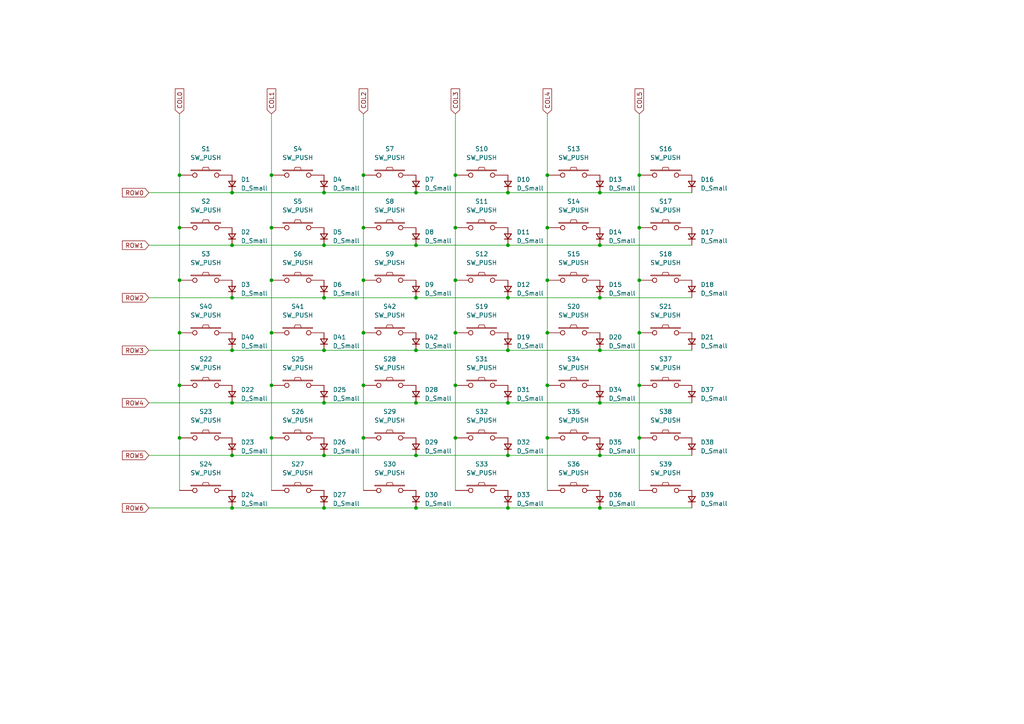
<source format=kicad_sch>
(kicad_sch (version 20230121) (generator eeschema)
  (paper "A4")
  (title_block (title "Matrix") (date "2024-02-08") (rev "0"))
  (lib_symbols
    (symbol "Device:D_Small" (pin_numbers hide) (pin_names (offset 0.254) hide)
      (property "Reference" "D" (at -1.27 2.032 0))
      (property "Value" "D_Small" (at -3.81 -2.032 0))
      (symbol "D_Small_0_1"
        (polyline (pts (xy -0.762 -1.016) (xy -0.762 1.016)) (stroke (width 0.254)))
        (polyline (pts (xy -0.762 0) (xy 0.762 0)))
        (polyline (pts (xy 0.762 -1.016) (xy -0.762 0) (xy 0.762 1.016) (xy 0.762 -1.016)) (stroke (width 0.254)))
      )
      (symbol "D_Small_1_1"
        (pin passive line (at -2.54 0 0) (length 1.778) (name "K") (number "1"))
        (pin passive line (at 2.54 0 180) (length 1.778) (name "A") (number "2"))
      )
    )
    (symbol "kbd:SW_PUSH" (pin_numbers hide) (pin_names (offset 1.016) hide)
      (property "Reference" "SW" (at 3.81 2.794 0))
      (property "Value" "SW_PUSH" (at 0 -2.032 0))
      (symbol "SW_PUSH_0_1"
        (rectangle (start -4.318 1.27) (end 4.318 1.524))
        (polyline (pts (xy -1.016 1.524) (xy -0.762 2.286) (xy 0.762 2.286) (xy 1.016 1.524)))
        (pin passive inverted (at -7.62 0 0) (length 5.08) (name "1") (number "1"))
        (pin passive inverted (at 7.62 0 180) (length 5.08) (name "2") (number "2"))
      )
    )
  )
  (junction (at 78.74 111.76))
  (junction (at 158.75 50.8))
  (junction (at 185.42 66.04))
  (junction (at 158.75 96.52))
  (junction (at 67.31 116.84))
  (junction (at 173.99 147.32))
  (junction (at 132.08 50.8))
  (junction (at 93.98 71.12))
  (junction (at 173.99 101.6))
  (junction (at 185.42 81.28))
  (junction (at 120.65 147.32))
  (junction (at 78.74 50.8))
  (junction (at 173.99 55.88))
  (junction (at 105.41 96.52))
  (junction (at 105.41 66.04))
  (junction (at 93.98 55.88))
  (junction (at 132.08 96.52))
  (junction (at 52.07 127))
  (junction (at 105.41 127))
  (junction (at 120.65 55.88))
  (junction (at 132.08 127))
  (junction (at 120.65 101.6))
  (junction (at 78.74 127))
  (junction (at 52.07 96.52))
  (junction (at 147.32 116.84))
  (junction (at 147.32 132.08))
  (junction (at 173.99 71.12))
  (junction (at 158.75 66.04))
  (junction (at 158.75 81.28))
  (junction (at 67.31 71.12))
  (junction (at 67.31 147.32))
  (junction (at 173.99 132.08))
  (junction (at 132.08 81.28))
  (junction (at 132.08 66.04))
  (junction (at 93.98 147.32))
  (junction (at 158.75 127))
  (junction (at 52.07 81.28))
  (junction (at 185.42 111.76))
  (junction (at 67.31 55.88))
  (junction (at 93.98 86.36))
  (junction (at 120.65 86.36))
  (junction (at 105.41 111.76))
  (junction (at 185.42 127))
  (junction (at 105.41 50.8))
  (junction (at 147.32 101.6))
  (junction (at 173.99 86.36))
  (junction (at 67.31 132.08))
  (junction (at 147.32 55.88))
  (junction (at 185.42 96.52))
  (junction (at 158.75 111.76))
  (junction (at 93.98 101.6))
  (junction (at 147.32 86.36))
  (junction (at 93.98 116.84))
  (junction (at 52.07 66.04))
  (junction (at 52.07 111.76))
  (junction (at 120.65 71.12))
  (junction (at 78.74 96.52))
  (junction (at 67.31 86.36))
  (junction (at 185.42 50.8))
  (junction (at 105.41 81.28))
  (junction (at 52.07 50.8))
  (junction (at 93.98 132.08))
  (junction (at 120.65 116.84))
  (junction (at 147.32 71.12))
  (junction (at 173.99 116.84))
  (junction (at 132.08 111.76))
  (junction (at 67.31 101.6))
  (junction (at 78.74 81.28))
  (junction (at 120.65 132.08))
  (junction (at 78.74 66.04))
  (junction (at 147.32 147.32))
  (wire (pts (xy 147.32 86.36) (xy 173.99 86.36)))
  (wire (pts (xy 158.75 127) (xy 158.75 142.24)))
  (wire (pts (xy 67.31 101.6) (xy 93.98 101.6)))
  (wire (pts (xy 105.41 127) (xy 105.41 142.24)))
  (wire (pts (xy 93.98 116.84) (xy 120.65 116.84)))
  (wire (pts (xy 67.31 147.32) (xy 93.98 147.32)))
  (wire (pts (xy 78.74 111.76) (xy 78.74 127)))
  (wire (pts (xy 120.65 132.08) (xy 147.32 132.08)))
  (wire (pts (xy 173.99 132.08) (xy 200.66 132.08)))
  (wire (pts (xy 132.08 81.28) (xy 132.08 96.52)))
  (wire (pts (xy 78.74 50.8) (xy 78.74 66.04)))
  (wire (pts (xy 132.08 33.02) (xy 132.08 50.8)))
  (wire (pts (xy 67.31 132.08) (xy 93.98 132.08)))
  (wire (pts (xy 93.98 55.88) (xy 120.65 55.88)))
  (wire (pts (xy 185.42 111.76) (xy 185.42 127)))
  (wire (pts (xy 105.41 33.02) (xy 105.41 50.8)))
  (wire (pts (xy 185.42 50.8) (xy 185.42 66.04)))
  (wire (pts (xy 185.42 127) (xy 185.42 142.24)))
  (wire (pts (xy 78.74 33.02) (xy 78.74 50.8)))
  (wire (pts (xy 158.75 33.02) (xy 158.75 50.8)))
  (wire (pts (xy 158.75 111.76) (xy 158.75 127)))
  (wire (pts (xy 173.99 55.88) (xy 200.66 55.88)))
  (wire (pts (xy 120.65 101.6) (xy 147.32 101.6)))
  (wire (pts (xy 52.07 81.28) (xy 52.07 96.52)))
  (wire (pts (xy 173.99 116.84) (xy 200.66 116.84)))
  (wire (pts (xy 173.99 86.36) (xy 200.66 86.36)))
  (wire (pts (xy 173.99 101.6) (xy 200.66 101.6)))
  (wire (pts (xy 52.07 33.02) (xy 52.07 50.8)))
  (wire (pts (xy 147.32 147.32) (xy 173.99 147.32)))
  (wire (pts (xy 43.18 116.84) (xy 67.31 116.84)))
  (wire (pts (xy 52.07 111.76) (xy 52.07 127)))
  (wire (pts (xy 120.65 147.32) (xy 147.32 147.32)))
  (wire (pts (xy 147.32 101.6) (xy 173.99 101.6)))
  (wire (pts (xy 147.32 116.84) (xy 173.99 116.84)))
  (wire (pts (xy 120.65 86.36) (xy 147.32 86.36)))
  (wire (pts (xy 43.18 71.12) (xy 67.31 71.12)))
  (wire (pts (xy 52.07 66.04) (xy 52.07 81.28)))
  (wire (pts (xy 93.98 132.08) (xy 120.65 132.08)))
  (wire (pts (xy 43.18 55.88) (xy 67.31 55.88)))
  (wire (pts (xy 185.42 96.52) (xy 185.42 111.76)))
  (wire (pts (xy 173.99 71.12) (xy 200.66 71.12)))
  (wire (pts (xy 158.75 96.52) (xy 158.75 111.76)))
  (wire (pts (xy 158.75 81.28) (xy 158.75 96.52)))
  (wire (pts (xy 105.41 111.76) (xy 105.41 127)))
  (wire (pts (xy 185.42 81.28) (xy 185.42 96.52)))
  (wire (pts (xy 43.18 132.08) (xy 67.31 132.08)))
  (wire (pts (xy 185.42 66.04) (xy 185.42 81.28)))
  (wire (pts (xy 93.98 71.12) (xy 120.65 71.12)))
  (wire (pts (xy 132.08 50.8) (xy 132.08 66.04)))
  (wire (pts (xy 43.18 147.32) (xy 67.31 147.32)))
  (wire (pts (xy 78.74 127) (xy 78.74 142.24)))
  (wire (pts (xy 147.32 71.12) (xy 173.99 71.12)))
  (wire (pts (xy 52.07 50.8) (xy 52.07 66.04)))
  (wire (pts (xy 158.75 50.8) (xy 158.75 66.04)))
  (wire (pts (xy 43.18 101.6) (xy 67.31 101.6)))
  (wire (pts (xy 67.31 116.84) (xy 93.98 116.84)))
  (wire (pts (xy 132.08 66.04) (xy 132.08 81.28)))
  (wire (pts (xy 52.07 96.52) (xy 52.07 111.76)))
  (wire (pts (xy 105.41 50.8) (xy 105.41 66.04)))
  (wire (pts (xy 147.32 55.88) (xy 173.99 55.88)))
  (wire (pts (xy 132.08 127) (xy 132.08 142.24)))
  (wire (pts (xy 78.74 81.28) (xy 78.74 96.52)))
  (wire (pts (xy 67.31 55.88) (xy 93.98 55.88)))
  (wire (pts (xy 78.74 66.04) (xy 78.74 81.28)))
  (wire (pts (xy 67.31 71.12) (xy 93.98 71.12)))
  (wire (pts (xy 147.32 132.08) (xy 173.99 132.08)))
  (wire (pts (xy 105.41 66.04) (xy 105.41 81.28)))
  (wire (pts (xy 105.41 81.28) (xy 105.41 96.52)))
  (wire (pts (xy 67.31 86.36) (xy 93.98 86.36)))
  (wire (pts (xy 158.75 66.04) (xy 158.75 81.28)))
  (wire (pts (xy 132.08 96.52) (xy 132.08 111.76)))
  (wire (pts (xy 93.98 86.36) (xy 120.65 86.36)))
  (wire (pts (xy 120.65 55.88) (xy 147.32 55.88)))
  (wire (pts (xy 173.99 147.32) (xy 200.66 147.32)))
  (wire (pts (xy 120.65 71.12) (xy 147.32 71.12)))
  (wire (pts (xy 78.74 96.52) (xy 78.74 111.76)))
  (wire (pts (xy 105.41 96.52) (xy 105.41 111.76)))
  (wire (pts (xy 93.98 147.32) (xy 120.65 147.32)))
  (wire (pts (xy 52.07 127) (xy 52.07 142.24)))
  (wire (pts (xy 120.65 116.84) (xy 147.32 116.84)))
  (wire (pts (xy 43.18 86.36) (xy 67.31 86.36)))
  (wire (pts (xy 132.08 111.76) (xy 132.08 127)))
  (wire (pts (xy 93.98 101.6) (xy 120.65 101.6)))
  (wire (pts (xy 185.42 33.02) (xy 185.42 50.8)))
  (global_label "ROW6" (shape input) (at 43.18 147.32 180) (property "Intersheetrefs" "${INTERSHEET_REFS}" (effects hide)))
  (global_label "COL3" (shape input) (at 132.08 33.02 90) (property "Intersheetrefs" "${INTERSHEET_REFS}" (effects hide)))
  (global_label "ROW4" (shape input) (at 43.18 116.84 180) (property "Intersheetrefs" "${INTERSHEET_REFS}" (effects hide)))
  (global_label "ROW0" (shape input) (at 43.18 55.88 180) (property "Intersheetrefs" "${INTERSHEET_REFS}" (effects hide)))
  (global_label "ROW5" (shape input) (at 43.18 132.08 180) (property "Intersheetrefs" "${INTERSHEET_REFS}" (effects hide)))
  (global_label "COL2" (shape input) (at 105.41 33.02 90) (property "Intersheetrefs" "${INTERSHEET_REFS}" (effects hide)))
  (global_label "COL5" (shape input) (at 185.42 33.02 90) (property "Intersheetrefs" "${INTERSHEET_REFS}" (effects hide)))
  (global_label "COL0" (shape input) (at 52.07 33.02 90) (property "Intersheetrefs" "${INTERSHEET_REFS}" (effects hide)))
  (global_label "ROW3" (shape input) (at 43.18 101.6 180) (property "Intersheetrefs" "${INTERSHEET_REFS}" (effects hide)))
  (global_label "ROW1" (shape input) (at 43.18 71.12 180) (property "Intersheetrefs" "${INTERSHEET_REFS}" (effects hide)))
  (global_label "ROW2" (shape input) (at 43.18 86.36 180) (property "Intersheetrefs" "${INTERSHEET_REFS}" (effects hide)))
  (global_label "COL1" (shape input) (at 78.74 33.02 90) (property "Intersheetrefs" "${INTERSHEET_REFS}" (effects hide)))
  (global_label "COL4" (shape input) (at 158.75 33.02 90) (property "Intersheetrefs" "${INTERSHEET_REFS}" (effects hide)))
  (symbol (lib_id "kbd:SW_PUSH") (at 86.36 50.8 0) (unit 1)
    (property "Reference" "S4" (at 86.36 43.18 0))
    (property "Value" "SW_PUSH" (at 86.36 45.72 0))
    (property "Footprint" "kbd:keyswitch_choc12_hotswap_1u" (effects hide))
  )
  (symbol (lib_id "kbd:SW_PUSH") (at 86.36 96.52 0) (unit 1)
    (property "Reference" "S41" (at 86.36 88.9 0))
    (property "Value" "SW_PUSH" (at 86.36 91.44 0))
    (property "Footprint" "kbd:keyswitch_choc12_hotswap_1u" (effects hide))
  )
  (symbol (lib_id "Device:D_Small") (at 93.98 68.58 90) (unit 1)
    (property "Reference" "D5" (at 96.52 67.31 90) (effects (justify right)))
    (property "Value" "D_Small" (at 96.52 69.85 90) (effects (justify right)))
    (property "Footprint" "Diode_SMD:D_SOD-123" (effects hide))
    (property "Sim.Device" "D" (effects hide))
    (property "Sim.Pins" "1=K 2=A" (effects hide))
  )
  (symbol (lib_id "Device:D_Small") (at 67.31 83.82 90) (unit 1)
    (property "Reference" "D3" (at 69.85 82.55 90) (effects (justify right)))
    (property "Value" "D_Small" (at 69.85 85.09 90) (effects (justify right)))
    (property "Footprint" "Diode_SMD:D_SOD-123" (effects hide))
    (property "Sim.Device" "D" (effects hide))
    (property "Sim.Pins" "1=K 2=A" (effects hide))
  )
  (symbol (lib_id "Device:D_Small") (at 147.32 129.54 90) (unit 1)
    (property "Reference" "D32" (at 149.86 128.27 90) (effects (justify right)))
    (property "Value" "D_Small" (at 149.86 130.81 90) (effects (justify right)))
    (property "Footprint" "Diode_SMD:D_SOD-123" (effects hide))
    (property "Sim.Device" "D" (effects hide))
    (property "Sim.Pins" "1=K 2=A" (effects hide))
  )
  (symbol (lib_id "Device:D_Small") (at 67.31 129.54 90) (unit 1)
    (property "Reference" "D23" (at 69.85 128.27 90) (effects (justify right)))
    (property "Value" "D_Small" (at 69.85 130.81 90) (effects (justify right)))
    (property "Footprint" "Diode_SMD:D_SOD-123" (effects hide))
    (property "Sim.Device" "D" (effects hide))
    (property "Sim.Pins" "1=K 2=A" (effects hide))
  )
  (symbol (lib_id "kbd:SW_PUSH") (at 113.03 50.8 0) (unit 1)
    (property "Reference" "S7" (at 113.03 43.18 0))
    (property "Value" "SW_PUSH" (at 113.03 45.72 0))
    (property "Footprint" "kbd:keyswitch_choc12_hotswap_1u" (effects hide))
  )
  (symbol (lib_id "Device:D_Small") (at 93.98 144.78 90) (unit 1)
    (property "Reference" "D27" (at 96.52 143.51 90) (effects (justify right)))
    (property "Value" "D_Small" (at 96.52 146.05 90) (effects (justify right)))
    (property "Footprint" "Diode_SMD:D_SOD-123" (effects hide))
    (property "Sim.Device" "D" (effects hide))
    (property "Sim.Pins" "1=K 2=A" (effects hide))
  )
  (symbol (lib_id "Device:D_Small") (at 200.66 129.54 90) (unit 1)
    (property "Reference" "D38" (at 203.2 128.27 90) (effects (justify right)))
    (property "Value" "D_Small" (at 203.2 130.81 90) (effects (justify right)))
    (property "Footprint" "Diode_SMD:D_SOD-123" (effects hide))
    (property "Sim.Device" "D" (effects hide))
    (property "Sim.Pins" "1=K 2=A" (effects hide))
  )
  (symbol (lib_id "Device:D_Small") (at 200.66 68.58 90) (unit 1)
    (property "Reference" "D17" (at 203.2 67.31 90) (effects (justify right)))
    (property "Value" "D_Small" (at 203.2 69.85 90) (effects (justify right)))
    (property "Footprint" "Diode_SMD:D_SOD-123" (effects hide))
    (property "Sim.Device" "D" (effects hide))
    (property "Sim.Pins" "1=K 2=A" (effects hide))
  )
  (symbol (lib_id "kbd:SW_PUSH") (at 193.04 81.28 0) (unit 1)
    (property "Reference" "S18" (at 193.04 73.66 0))
    (property "Value" "SW_PUSH" (at 193.04 76.2 0))
    (property "Footprint" "kbd:keyswitch_choc12_hotswap_1u" (effects hide))
  )
  (symbol (lib_id "Device:D_Small") (at 93.98 53.34 90) (unit 1)
    (property "Reference" "D4" (at 96.52 52.07 90) (effects (justify right)))
    (property "Value" "D_Small" (at 96.52 54.61 90) (effects (justify right)))
    (property "Footprint" "Diode_SMD:D_SOD-123" (effects hide))
    (property "Sim.Device" "D" (effects hide))
    (property "Sim.Pins" "1=K 2=A" (effects hide))
  )
  (symbol (lib_id "kbd:SW_PUSH") (at 59.69 66.04 0) (unit 1)
    (property "Reference" "S2" (at 59.69 58.42 0))
    (property "Value" "SW_PUSH" (at 59.69 60.96 0))
    (property "Footprint" "kbd:keyswitch_choc12_hotswap_1u" (effects hide))
  )
  (symbol (lib_id "kbd:SW_PUSH") (at 166.37 127 0) (unit 1)
    (property "Reference" "S35" (at 166.37 119.38 0))
    (property "Value" "SW_PUSH" (at 166.37 121.92 0))
    (property "Footprint" "kbd:keyswitch_choc12_hotswap_1u" (effects hide))
  )
  (symbol (lib_id "Device:D_Small") (at 120.65 68.58 90) (unit 1)
    (property "Reference" "D8" (at 123.19 67.31 90) (effects (justify right)))
    (property "Value" "D_Small" (at 123.19 69.85 90) (effects (justify right)))
    (property "Footprint" "Diode_SMD:D_SOD-123" (effects hide))
    (property "Sim.Device" "D" (effects hide))
    (property "Sim.Pins" "1=K 2=A" (effects hide))
  )
  (symbol (lib_id "kbd:SW_PUSH") (at 113.03 127 0) (unit 1)
    (property "Reference" "S29" (at 113.03 119.38 0))
    (property "Value" "SW_PUSH" (at 113.03 121.92 0))
    (property "Footprint" "kbd:keyswitch_choc12_hotswap_1u" (effects hide))
  )
  (symbol (lib_id "Device:D_Small") (at 200.66 53.34 90) (unit 1)
    (property "Reference" "D16" (at 203.2 52.07 90) (effects (justify right)))
    (property "Value" "D_Small" (at 203.2 54.61 90) (effects (justify right)))
    (property "Footprint" "Diode_SMD:D_SOD-123" (effects hide))
    (property "Sim.Device" "D" (effects hide))
    (property "Sim.Pins" "1=K 2=A" (effects hide))
  )
  (symbol (lib_id "kbd:SW_PUSH") (at 139.7 66.04 0) (unit 1)
    (property "Reference" "S11" (at 139.7 58.42 0))
    (property "Value" "SW_PUSH" (at 139.7 60.96 0))
    (property "Footprint" "kbd:keyswitch_choc12_hotswap_1u" (effects hide))
  )
  (symbol (lib_id "kbd:SW_PUSH") (at 193.04 127 0) (unit 1)
    (property "Reference" "S38" (at 193.04 119.38 0))
    (property "Value" "SW_PUSH" (at 193.04 121.92 0))
    (property "Footprint" "kbd:keyswitch_choc12_hotswap_1u" (effects hide))
  )
  (symbol (lib_id "Device:D_Small") (at 93.98 83.82 90) (unit 1)
    (property "Reference" "D6" (at 96.52 82.55 90) (effects (justify right)))
    (property "Value" "D_Small" (at 96.52 85.09 90) (effects (justify right)))
    (property "Footprint" "Diode_SMD:D_SOD-123" (effects hide))
    (property "Sim.Device" "D" (effects hide))
    (property "Sim.Pins" "1=K 2=A" (effects hide))
  )
  (symbol (lib_id "kbd:SW_PUSH") (at 59.69 127 0) (unit 1)
    (property "Reference" "S23" (at 59.69 119.38 0))
    (property "Value" "SW_PUSH" (at 59.69 121.92 0))
    (property "Footprint" "kbd:keyswitch_choc12_hotswap_1u" (effects hide))
  )
  (symbol (lib_id "Device:D_Small") (at 67.31 99.06 90) (unit 1)
    (property "Reference" "D40" (at 69.85 97.79 90) (effects (justify right)))
    (property "Value" "D_Small" (at 69.85 100.33 90) (effects (justify right)))
    (property "Footprint" "Diode_SMD:D_SOD-123" (effects hide))
    (property "Sim.Device" "D" (effects hide))
    (property "Sim.Pins" "1=K 2=A" (effects hide))
  )
  (symbol (lib_id "Device:D_Small") (at 93.98 114.3 90) (unit 1)
    (property "Reference" "D25" (at 96.52 113.03 90) (effects (justify right)))
    (property "Value" "D_Small" (at 96.52 115.57 90) (effects (justify right)))
    (property "Footprint" "Diode_SMD:D_SOD-123" (effects hide))
    (property "Sim.Device" "D" (effects hide))
    (property "Sim.Pins" "1=K 2=A" (effects hide))
  )
  (symbol (lib_id "kbd:SW_PUSH") (at 139.7 96.52 0) (unit 1)
    (property "Reference" "S19" (at 139.7 88.9 0))
    (property "Value" "SW_PUSH" (at 139.7 91.44 0))
    (property "Footprint" "kbd:keyswitch_choc12_hotswap_1u" (effects hide))
  )
  (symbol (lib_id "Device:D_Small") (at 173.99 144.78 90) (unit 1)
    (property "Reference" "D36" (at 176.53 143.51 90) (effects (justify right)))
    (property "Value" "D_Small" (at 176.53 146.05 90) (effects (justify right)))
    (property "Footprint" "Diode_SMD:D_SOD-123" (effects hide))
    (property "Sim.Device" "D" (effects hide))
    (property "Sim.Pins" "1=K 2=A" (effects hide))
  )
  (symbol (lib_id "kbd:SW_PUSH") (at 193.04 50.8 0) (unit 1)
    (property "Reference" "S16" (at 193.04 43.18 0))
    (property "Value" "SW_PUSH" (at 193.04 45.72 0))
    (property "Footprint" "kbd:keyswitch_choc12_hotswap_1u" (effects hide))
  )
  (symbol (lib_id "kbd:SW_PUSH") (at 59.69 96.52 0) (unit 1)
    (property "Reference" "S40" (at 59.69 88.9 0))
    (property "Value" "SW_PUSH" (at 59.69 91.44 0))
    (property "Footprint" "kbd:keyswitch_choc12_hotswap_1u" (effects hide))
  )
  (symbol (lib_id "Device:D_Small") (at 200.66 144.78 90) (unit 1)
    (property "Reference" "D39" (at 203.2 143.51 90) (effects (justify right)))
    (property "Value" "D_Small" (at 203.2 146.05 90) (effects (justify right)))
    (property "Footprint" "Diode_SMD:D_SOD-123" (effects hide))
    (property "Sim.Device" "D" (effects hide))
    (property "Sim.Pins" "1=K 2=A" (effects hide))
  )
  (symbol (lib_id "kbd:SW_PUSH") (at 139.7 142.24 0) (unit 1)
    (property "Reference" "S33" (at 139.7 134.62 0))
    (property "Value" "SW_PUSH" (at 139.7 137.16 0))
    (property "Footprint" "kbd:keyswitch_choc12_hotswap_1u" (effects hide))
  )
  (symbol (lib_id "Device:D_Small") (at 147.32 114.3 90) (unit 1)
    (property "Reference" "D31" (at 149.86 113.03 90) (effects (justify right)))
    (property "Value" "D_Small" (at 149.86 115.57 90) (effects (justify right)))
    (property "Footprint" "Diode_SMD:D_SOD-123" (effects hide))
    (property "Sim.Device" "D" (effects hide))
    (property "Sim.Pins" "1=K 2=A" (effects hide))
  )
  (symbol (lib_id "Device:D_Small") (at 120.65 144.78 90) (unit 1)
    (property "Reference" "D30" (at 123.19 143.51 90) (effects (justify right)))
    (property "Value" "D_Small" (at 123.19 146.05 90) (effects (justify right)))
    (property "Footprint" "Diode_SMD:D_SOD-123" (effects hide))
    (property "Sim.Device" "D" (effects hide))
    (property "Sim.Pins" "1=K 2=A" (effects hide))
  )
  (symbol (lib_id "Device:D_Small") (at 147.32 83.82 90) (unit 1)
    (property "Reference" "D12" (at 149.86 82.55 90) (effects (justify right)))
    (property "Value" "D_Small" (at 149.86 85.09 90) (effects (justify right)))
    (property "Footprint" "Diode_SMD:D_SOD-123" (effects hide))
    (property "Sim.Device" "D" (effects hide))
    (property "Sim.Pins" "1=K 2=A" (effects hide))
  )
  (symbol (lib_id "Device:D_Small") (at 147.32 68.58 90) (unit 1)
    (property "Reference" "D11" (at 149.86 67.31 90) (effects (justify right)))
    (property "Value" "D_Small" (at 149.86 69.85 90) (effects (justify right)))
    (property "Footprint" "Diode_SMD:D_SOD-123" (effects hide))
    (property "Sim.Device" "D" (effects hide))
    (property "Sim.Pins" "1=K 2=A" (effects hide))
  )
  (symbol (lib_id "Device:D_Small") (at 67.31 53.34 90) (unit 1)
    (property "Reference" "D1" (at 69.85 52.07 90) (effects (justify right)))
    (property "Value" "D_Small" (at 69.85 54.61 90) (effects (justify right)))
    (property "Footprint" "Diode_SMD:D_SOD-123" (effects hide))
    (property "Sim.Device" "D" (effects hide))
    (property "Sim.Pins" "1=K 2=A" (effects hide))
  )
  (symbol (lib_id "Device:D_Small") (at 173.99 129.54 90) (unit 1)
    (property "Reference" "D35" (at 176.53 128.27 90) (effects (justify right)))
    (property "Value" "D_Small" (at 176.53 130.81 90) (effects (justify right)))
    (property "Footprint" "Diode_SMD:D_SOD-123" (effects hide))
    (property "Sim.Device" "D" (effects hide))
    (property "Sim.Pins" "1=K 2=A" (effects hide))
  )
  (symbol (lib_id "kbd:SW_PUSH") (at 86.36 66.04 0) (unit 1)
    (property "Reference" "S5" (at 86.36 58.42 0))
    (property "Value" "SW_PUSH" (at 86.36 60.96 0))
    (property "Footprint" "kbd:keyswitch_choc12_hotswap_1u" (effects hide))
  )
  (symbol (lib_id "kbd:SW_PUSH") (at 166.37 111.76 0) (unit 1)
    (property "Reference" "S34" (at 166.37 104.14 0))
    (property "Value" "SW_PUSH" (at 166.37 106.68 0))
    (property "Footprint" "kbd:keyswitch_choc12_hotswap_1u" (effects hide))
  )
  (symbol (lib_id "kbd:SW_PUSH") (at 113.03 81.28 0) (unit 1)
    (property "Reference" "S9" (at 113.03 73.66 0))
    (property "Value" "SW_PUSH" (at 113.03 76.2 0))
    (property "Footprint" "kbd:keyswitch_choc12_hotswap_1u" (effects hide))
  )
  (symbol (lib_id "kbd:SW_PUSH") (at 193.04 96.52 0) (unit 1)
    (property "Reference" "S21" (at 193.04 88.9 0))
    (property "Value" "SW_PUSH" (at 193.04 91.44 0))
    (property "Footprint" "kbd:keyswitch_choc12_hotswap_1u" (effects hide))
  )
  (symbol (lib_id "Device:D_Small") (at 173.99 53.34 90) (unit 1)
    (property "Reference" "D13" (at 176.53 52.07 90) (effects (justify right)))
    (property "Value" "D_Small" (at 176.53 54.61 90) (effects (justify right)))
    (property "Footprint" "Diode_SMD:D_SOD-123" (effects hide))
    (property "Sim.Device" "D" (effects hide))
    (property "Sim.Pins" "1=K 2=A" (effects hide))
  )
  (symbol (lib_id "kbd:SW_PUSH") (at 193.04 111.76 0) (unit 1)
    (property "Reference" "S37" (at 193.04 104.14 0))
    (property "Value" "SW_PUSH" (at 193.04 106.68 0))
    (property "Footprint" "kbd:keyswitch_choc12_hotswap_1u" (effects hide))
  )
  (symbol (lib_id "Device:D_Small") (at 120.65 114.3 90) (unit 1)
    (property "Reference" "D28" (at 123.19 113.03 90) (effects (justify right)))
    (property "Value" "D_Small" (at 123.19 115.57 90) (effects (justify right)))
    (property "Footprint" "Diode_SMD:D_SOD-123" (effects hide))
    (property "Sim.Device" "D" (effects hide))
    (property "Sim.Pins" "1=K 2=A" (effects hide))
  )
  (symbol (lib_id "Device:D_Small") (at 93.98 99.06 90) (unit 1)
    (property "Reference" "D41" (at 96.52 97.79 90) (effects (justify right)))
    (property "Value" "D_Small" (at 96.52 100.33 90) (effects (justify right)))
    (property "Footprint" "Diode_SMD:D_SOD-123" (effects hide))
    (property "Sim.Device" "D" (effects hide))
    (property "Sim.Pins" "1=K 2=A" (effects hide))
  )
  (symbol (lib_id "Device:D_Small") (at 120.65 99.06 90) (unit 1)
    (property "Reference" "D42" (at 123.19 97.79 90) (effects (justify right)))
    (property "Value" "D_Small" (at 123.19 100.33 90) (effects (justify right)))
    (property "Footprint" "Diode_SMD:D_SOD-123" (effects hide))
    (property "Sim.Device" "D" (effects hide))
    (property "Sim.Pins" "1=K 2=A" (effects hide))
  )
  (symbol (lib_id "Device:D_Small") (at 200.66 99.06 90) (unit 1)
    (property "Reference" "D21" (at 203.2 97.79 90) (effects (justify right)))
    (property "Value" "D_Small" (at 203.2 100.33 90) (effects (justify right)))
    (property "Footprint" "Diode_SMD:D_SOD-123" (effects hide))
    (property "Sim.Device" "D" (effects hide))
    (property "Sim.Pins" "1=K 2=A" (effects hide))
  )
  (symbol (lib_id "kbd:SW_PUSH") (at 166.37 96.52 0) (unit 1)
    (property "Reference" "S20" (at 166.37 88.9 0))
    (property "Value" "SW_PUSH" (at 166.37 91.44 0))
    (property "Footprint" "kbd:keyswitch_choc12_hotswap_1u" (effects hide))
  )
  (symbol (lib_id "kbd:SW_PUSH") (at 139.7 111.76 0) (unit 1)
    (property "Reference" "S31" (at 139.7 104.14 0))
    (property "Value" "SW_PUSH" (at 139.7 106.68 0))
    (property "Footprint" "kbd:keyswitch_choc12_hotswap_1u" (effects hide))
  )
  (symbol (lib_id "Device:D_Small") (at 67.31 68.58 90) (unit 1)
    (property "Reference" "D2" (at 69.85 67.31 90) (effects (justify right)))
    (property "Value" "D_Small" (at 69.85 69.85 90) (effects (justify right)))
    (property "Footprint" "Diode_SMD:D_SOD-123" (effects hide))
    (property "Sim.Device" "D" (effects hide))
    (property "Sim.Pins" "1=K 2=A" (effects hide))
  )
  (symbol (lib_id "Device:D_Small") (at 120.65 83.82 90) (unit 1)
    (property "Reference" "D9" (at 123.19 82.55 90) (effects (justify right)))
    (property "Value" "D_Small" (at 123.19 85.09 90) (effects (justify right)))
    (property "Footprint" "Diode_SMD:D_SOD-123" (effects hide))
    (property "Sim.Device" "D" (effects hide))
    (property "Sim.Pins" "1=K 2=A" (effects hide))
  )
  (symbol (lib_id "kbd:SW_PUSH") (at 86.36 111.76 0) (unit 1)
    (property "Reference" "S25" (at 86.36 104.14 0))
    (property "Value" "SW_PUSH" (at 86.36 106.68 0))
    (property "Footprint" "kbd:keyswitch_choc12_hotswap_1u" (effects hide))
  )
  (symbol (lib_id "kbd:SW_PUSH") (at 139.7 50.8 0) (unit 1)
    (property "Reference" "S10" (at 139.7 43.18 0))
    (property "Value" "SW_PUSH" (at 139.7 45.72 0))
    (property "Footprint" "kbd:keyswitch_choc12_hotswap_1u" (effects hide))
  )
  (symbol (lib_id "Device:D_Small") (at 67.31 144.78 90) (unit 1)
    (property "Reference" "D24" (at 69.85 143.51 90) (effects (justify right)))
    (property "Value" "D_Small" (at 69.85 146.05 90) (effects (justify right)))
    (property "Footprint" "Diode_SMD:D_SOD-123" (effects hide))
    (property "Sim.Device" "D" (effects hide))
    (property "Sim.Pins" "1=K 2=A" (effects hide))
  )
  (symbol (lib_id "kbd:SW_PUSH") (at 113.03 66.04 0) (unit 1)
    (property "Reference" "S8" (at 113.03 58.42 0))
    (property "Value" "SW_PUSH" (at 113.03 60.96 0))
    (property "Footprint" "kbd:keyswitch_choc12_hotswap_1u" (effects hide))
  )
  (symbol (lib_id "kbd:SW_PUSH") (at 166.37 81.28 0) (unit 1)
    (property "Reference" "S15" (at 166.37 73.66 0))
    (property "Value" "SW_PUSH" (at 166.37 76.2 0))
    (property "Footprint" "kbd:keyswitch_choc12_hotswap_1u" (effects hide))
  )
  (symbol (lib_id "Device:D_Small") (at 120.65 53.34 90) (unit 1)
    (property "Reference" "D7" (at 123.19 52.07 90) (effects (justify right)))
    (property "Value" "D_Small" (at 123.19 54.61 90) (effects (justify right)))
    (property "Footprint" "Diode_SMD:D_SOD-123" (effects hide))
    (property "Sim.Device" "D" (effects hide))
    (property "Sim.Pins" "1=K 2=A" (effects hide))
  )
  (symbol (lib_id "kbd:SW_PUSH") (at 113.03 96.52 0) (unit 1)
    (property "Reference" "S42" (at 113.03 88.9 0))
    (property "Value" "SW_PUSH" (at 113.03 91.44 0))
    (property "Footprint" "kbd:keyswitch_choc12_hotswap_1u" (effects hide))
  )
  (symbol (lib_id "Device:D_Small") (at 120.65 129.54 90) (unit 1)
    (property "Reference" "D29" (at 123.19 128.27 90) (effects (justify right)))
    (property "Value" "D_Small" (at 123.19 130.81 90) (effects (justify right)))
    (property "Footprint" "Diode_SMD:D_SOD-123" (effects hide))
    (property "Sim.Device" "D" (effects hide))
    (property "Sim.Pins" "1=K 2=A" (effects hide))
  )
  (symbol (lib_id "Device:D_Small") (at 173.99 68.58 90) (unit 1)
    (property "Reference" "D14" (at 176.53 67.31 90) (effects (justify right)))
    (property "Value" "D_Small" (at 176.53 69.85 90) (effects (justify right)))
    (property "Footprint" "Diode_SMD:D_SOD-123" (effects hide))
    (property "Sim.Device" "D" (effects hide))
    (property "Sim.Pins" "1=K 2=A" (effects hide))
  )
  (symbol (lib_id "kbd:SW_PUSH") (at 113.03 142.24 0) (unit 1)
    (property "Reference" "S30" (at 113.03 134.62 0))
    (property "Value" "SW_PUSH" (at 113.03 137.16 0))
    (property "Footprint" "kbd:keyswitch_choc12_hotswap_1u" (effects hide))
  )
  (symbol (lib_id "kbd:SW_PUSH") (at 139.7 127 0) (unit 1)
    (property "Reference" "S32" (at 139.7 119.38 0))
    (property "Value" "SW_PUSH" (at 139.7 121.92 0))
    (property "Footprint" "kbd:keyswitch_choc12_hotswap_1u" (effects hide))
  )
  (symbol (lib_id "Device:D_Small") (at 147.32 53.34 90) (unit 1)
    (property "Reference" "D10" (at 149.86 52.07 90) (effects (justify right)))
    (property "Value" "D_Small" (at 149.86 54.61 90) (effects (justify right)))
    (property "Footprint" "Diode_SMD:D_SOD-123" (effects hide))
    (property "Sim.Device" "D" (effects hide))
    (property "Sim.Pins" "1=K 2=A" (effects hide))
  )
  (symbol (lib_id "kbd:SW_PUSH") (at 193.04 66.04 0) (unit 1)
    (property "Reference" "S17" (at 193.04 58.42 0))
    (property "Value" "SW_PUSH" (at 193.04 60.96 0))
    (property "Footprint" "kbd:keyswitch_choc12_hotswap_1u" (effects hide))
  )
  (symbol (lib_id "kbd:SW_PUSH") (at 86.36 142.24 0) (unit 1)
    (property "Reference" "S27" (at 86.36 134.62 0))
    (property "Value" "SW_PUSH" (at 86.36 137.16 0))
    (property "Footprint" "kbd:keyswitch_choc12_hotswap_1u" (effects hide))
  )
  (symbol (lib_id "kbd:SW_PUSH") (at 193.04 142.24 0) (unit 1)
    (property "Reference" "S39" (at 193.04 134.62 0))
    (property "Value" "SW_PUSH" (at 193.04 137.16 0))
    (property "Footprint" "kbd:keyswitch_choc12_hotswap_1u" (effects hide))
  )
  (symbol (lib_id "kbd:SW_PUSH") (at 86.36 81.28 0) (unit 1)
    (property "Reference" "S6" (at 86.36 73.66 0))
    (property "Value" "SW_PUSH" (at 86.36 76.2 0))
    (property "Footprint" "kbd:keyswitch_choc12_hotswap_1u" (effects hide))
  )
  (symbol (lib_id "Device:D_Small") (at 147.32 144.78 90) (unit 1)
    (property "Reference" "D33" (at 149.86 143.51 90) (effects (justify right)))
    (property "Value" "D_Small" (at 149.86 146.05 90) (effects (justify right)))
    (property "Footprint" "Diode_SMD:D_SOD-123" (effects hide))
    (property "Sim.Device" "D" (effects hide))
    (property "Sim.Pins" "1=K 2=A" (effects hide))
  )
  (symbol (lib_id "Device:D_Small") (at 200.66 114.3 90) (unit 1)
    (property "Reference" "D37" (at 203.2 113.03 90) (effects (justify right)))
    (property "Value" "D_Small" (at 203.2 115.57 90) (effects (justify right)))
    (property "Footprint" "Diode_SMD:D_SOD-123" (effects hide))
    (property "Sim.Device" "D" (effects hide))
    (property "Sim.Pins" "1=K 2=A" (effects hide))
  )
  (symbol (lib_id "Device:D_Small") (at 93.98 129.54 90) (unit 1)
    (property "Reference" "D26" (at 96.52 128.27 90) (effects (justify right)))
    (property "Value" "D_Small" (at 96.52 130.81 90) (effects (justify right)))
    (property "Footprint" "Diode_SMD:D_SOD-123" (effects hide))
    (property "Sim.Device" "D" (effects hide))
    (property "Sim.Pins" "1=K 2=A" (effects hide))
  )
  (symbol (lib_id "kbd:SW_PUSH") (at 59.69 111.76 0) (unit 1)
    (property "Reference" "S22" (at 59.69 104.14 0))
    (property "Value" "SW_PUSH" (at 59.69 106.68 0))
    (property "Footprint" "kbd:keyswitch_choc12_hotswap_1u" (effects hide))
  )
  (symbol (lib_id "kbd:SW_PUSH") (at 139.7 81.28 0) (unit 1)
    (property "Reference" "S12" (at 139.7 73.66 0))
    (property "Value" "SW_PUSH" (at 139.7 76.2 0))
    (property "Footprint" "kbd:keyswitch_choc12_hotswap_1u" (effects hide))
  )
  (symbol (lib_id "kbd:SW_PUSH") (at 166.37 66.04 0) (unit 1)
    (property "Reference" "S14" (at 166.37 58.42 0))
    (property "Value" "SW_PUSH" (at 166.37 60.96 0))
    (property "Footprint" "kbd:keyswitch_choc12_hotswap_1u" (effects hide))
  )
  (symbol (lib_id "kbd:SW_PUSH") (at 59.69 142.24 0) (unit 1)
    (property "Reference" "S24" (at 59.69 134.62 0))
    (property "Value" "SW_PUSH" (at 59.69 137.16 0))
    (property "Footprint" "kbd:keyswitch_choc12_hotswap_1u" (effects hide))
  )
  (symbol (lib_id "kbd:SW_PUSH") (at 86.36 127 0) (unit 1)
    (property "Reference" "S26" (at 86.36 119.38 0))
    (property "Value" "SW_PUSH" (at 86.36 121.92 0))
    (property "Footprint" "kbd:keyswitch_choc12_hotswap_1u" (effects hide))
  )
  (symbol (lib_id "kbd:SW_PUSH") (at 59.69 81.28 0) (unit 1)
    (property "Reference" "S3" (at 59.69 73.66 0))
    (property "Value" "SW_PUSH" (at 59.69 76.2 0))
    (property "Footprint" "kbd:keyswitch_choc12_hotswap_1u" (effects hide))
  )
  (symbol (lib_id "kbd:SW_PUSH") (at 113.03 111.76 0) (unit 1)
    (property "Reference" "S28" (at 113.03 104.14 0))
    (property "Value" "SW_PUSH" (at 113.03 106.68 0))
    (property "Footprint" "kbd:keyswitch_choc12_hotswap_1u" (effects hide))
  )
  (symbol (lib_id "Device:D_Small") (at 200.66 83.82 90) (unit 1)
    (property "Reference" "D18" (at 203.2 82.55 90) (effects (justify right)))
    (property "Value" "D_Small" (at 203.2 85.09 90) (effects (justify right)))
    (property "Footprint" "Diode_SMD:D_SOD-123" (effects hide))
    (property "Sim.Device" "D" (effects hide))
    (property "Sim.Pins" "1=K 2=A" (effects hide))
  )
  (symbol (lib_id "Device:D_Small") (at 173.99 99.06 90) (unit 1)
    (property "Reference" "D20" (at 176.53 97.79 90) (effects (justify right)))
    (property "Value" "D_Small" (at 176.53 100.33 90) (effects (justify right)))
    (property "Footprint" "Diode_SMD:D_SOD-123" (effects hide))
    (property "Sim.Device" "D" (effects hide))
    (property "Sim.Pins" "1=K 2=A" (effects hide))
  )
  (symbol (lib_id "kbd:SW_PUSH") (at 166.37 142.24 0) (unit 1)
    (property "Reference" "S36" (at 166.37 134.62 0))
    (property "Value" "SW_PUSH" (at 166.37 137.16 0))
    (property "Footprint" "kbd:keyswitch_choc12_hotswap_1u" (effects hide))
  )
  (symbol (lib_id "Device:D_Small") (at 147.32 99.06 90) (unit 1)
    (property "Reference" "D19" (at 149.86 97.79 90) (effects (justify right)))
    (property "Value" "D_Small" (at 149.86 100.33 90) (effects (justify right)))
    (property "Footprint" "Diode_SMD:D_SOD-123" (effects hide))
    (property "Sim.Device" "D" (effects hide))
    (property "Sim.Pins" "1=K 2=A" (effects hide))
  )
  (symbol (lib_id "kbd:SW_PUSH") (at 166.37 50.8 0) (unit 1)
    (property "Reference" "S13" (at 166.37 43.18 0))
    (property "Value" "SW_PUSH" (at 166.37 45.72 0))
    (property "Footprint" "kbd:keyswitch_choc12_hotswap_1u" (effects hide))
  )
  (symbol (lib_id "Device:D_Small") (at 173.99 83.82 90) (unit 1)
    (property "Reference" "D15" (at 176.53 82.55 90) (effects (justify right)))
    (property "Value" "D_Small" (at 176.53 85.09 90) (effects (justify right)))
    (property "Footprint" "Diode_SMD:D_SOD-123" (effects hide))
    (property "Sim.Device" "D" (effects hide))
    (property "Sim.Pins" "1=K 2=A" (effects hide))
  )
  (symbol (lib_id "Device:D_Small") (at 173.99 114.3 90) (unit 1)
    (property "Reference" "D34" (at 176.53 113.03 90) (effects (justify right)))
    (property "Value" "D_Small" (at 176.53 115.57 90) (effects (justify right)))
    (property "Footprint" "Diode_SMD:D_SOD-123" (effects hide))
    (property "Sim.Device" "D" (effects hide))
    (property "Sim.Pins" "1=K 2=A" (effects hide))
  )
  (symbol (lib_id "kbd:SW_PUSH") (at 59.69 50.8 0) (unit 1)
    (property "Reference" "S1" (at 59.69 43.18 0))
    (property "Value" "SW_PUSH" (at 59.69 45.72 0))
    (property "Footprint" "kbd:keyswitch_choc12_hotswap_1u" (effects hide))
    (property "LCSC" "C5333465" (effects hide))
  )
  (symbol (lib_id "Device:D_Small") (at 67.31 114.3 90) (unit 1)
    (property "Reference" "D22" (at 69.85 113.03 90) (effects (justify right)))
    (property "Value" "D_Small" (at 69.85 115.57 90) (effects (justify right)))
    (property "Footprint" "Diode_SMD:D_SOD-123" (effects hide))
    (property "Sim.Device" "D" (effects hide))
    (property "Sim.Pins" "1=K 2=A" (effects hide))
  )
)
</source>
